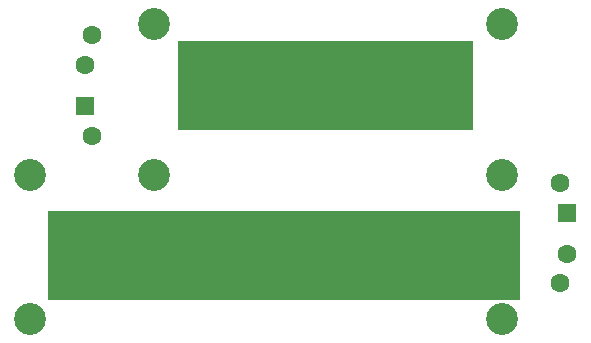
<source format=gbl>
G04*
G04 #@! TF.GenerationSoftware,Altium Limited,Altium Designer,19.0.10 (269)*
G04*
G04 Layer_Physical_Order=2*
G04 Layer_Color=16711680*
%FSLAX25Y25*%
%MOIN*%
G70*
G01*
G75*
%ADD22C,0.10630*%
%ADD23C,0.06299*%
%ADD24R,0.06299X0.06299*%
%ADD25C,0.02362*%
G36*
X173228Y16142D02*
X167792D01*
X167323Y16188D01*
X166853Y16142D01*
X15748D01*
Y45669D01*
X15748Y45669D01*
X173228D01*
Y16142D01*
D02*
G37*
G36*
X157480Y72835D02*
X59055Y72835D01*
X59055Y102362D01*
X157480Y102362D01*
X157480Y72835D01*
D02*
G37*
D22*
X9843Y57874D02*
D03*
X167323D02*
D03*
X51181D02*
D03*
Y108268D02*
D03*
X167323D02*
D03*
Y9843D02*
D03*
X9843D02*
D03*
D23*
X186496Y21654D02*
D03*
Y55118D02*
D03*
X188976Y31496D02*
D03*
X30559Y104385D02*
D03*
Y70921D02*
D03*
X28079Y94543D02*
D03*
D24*
X188976Y45276D02*
D03*
X28079Y80763D02*
D03*
D25*
X62205Y86614D02*
D03*
X65355D02*
D03*
X68505D02*
D03*
X65355Y80315D02*
D03*
X62205D02*
D03*
X63780Y83465D02*
D03*
X71654Y86614D02*
D03*
X68505Y80315D02*
D03*
X66930Y77166D02*
D03*
X63780D02*
D03*
X71654Y80315D02*
D03*
X70079Y83465D02*
D03*
X66930D02*
D03*
X74804Y86614D02*
D03*
X77953D02*
D03*
X74804Y80315D02*
D03*
X70079Y77166D02*
D03*
X73229Y83465D02*
D03*
X77953Y80315D02*
D03*
X73229Y77166D02*
D03*
X76379Y83465D02*
D03*
Y77166D02*
D03*
X79528Y83465D02*
D03*
X165355Y25984D02*
D03*
Y18110D02*
D03*
X161418Y25984D02*
D03*
X163386Y22047D02*
D03*
X161418Y18110D02*
D03*
X157481Y25984D02*
D03*
X159449Y22047D02*
D03*
X157481Y18110D02*
D03*
X153544Y33858D02*
D03*
Y25984D02*
D03*
X155512Y22047D02*
D03*
X153544Y18110D02*
D03*
X151575Y37795D02*
D03*
X149607Y33858D02*
D03*
Y25984D02*
D03*
X151575Y22047D02*
D03*
X149607Y18110D02*
D03*
X147638Y37795D02*
D03*
X145670Y33858D02*
D03*
Y25984D02*
D03*
X147638Y22047D02*
D03*
X145670Y18110D02*
D03*
X143701Y37795D02*
D03*
X141733Y33858D02*
D03*
Y25984D02*
D03*
X143701Y22047D02*
D03*
X141733Y18110D02*
D03*
X139764Y37795D02*
D03*
X137796Y33858D02*
D03*
Y25984D02*
D03*
X139764Y22047D02*
D03*
X137796Y18110D02*
D03*
X135827Y37795D02*
D03*
X133859Y33858D02*
D03*
Y25984D02*
D03*
X135827Y22047D02*
D03*
X133859Y18110D02*
D03*
X131890Y37795D02*
D03*
X129922Y33858D02*
D03*
Y25984D02*
D03*
X131890Y22047D02*
D03*
X129922Y18110D02*
D03*
X127953Y37795D02*
D03*
X125985Y33858D02*
D03*
Y25984D02*
D03*
X127953Y22047D02*
D03*
X125985Y18110D02*
D03*
X124016Y37795D02*
D03*
X122048Y33858D02*
D03*
Y25984D02*
D03*
X124016Y22047D02*
D03*
X122048Y18110D02*
D03*
X120079Y37795D02*
D03*
X118111Y33858D02*
D03*
Y25984D02*
D03*
X120079Y22047D02*
D03*
X118111Y18110D02*
D03*
X116142Y37795D02*
D03*
X114174Y33858D02*
D03*
Y25984D02*
D03*
X116142Y22047D02*
D03*
X114174Y18110D02*
D03*
X112205Y37795D02*
D03*
X110237Y33858D02*
D03*
Y25984D02*
D03*
X112205Y22047D02*
D03*
X110237Y18110D02*
D03*
X108268Y37795D02*
D03*
X106299Y33858D02*
D03*
Y25984D02*
D03*
X108268Y22047D02*
D03*
X106299Y18110D02*
D03*
X104331Y37795D02*
D03*
X102363Y25984D02*
D03*
X104331Y22047D02*
D03*
X102363Y18110D02*
D03*
X98426Y25984D02*
D03*
X100394Y22047D02*
D03*
X98426Y18110D02*
D03*
X94489Y25984D02*
D03*
X96457Y22047D02*
D03*
X94489Y18110D02*
D03*
X90552Y25984D02*
D03*
X92520Y22047D02*
D03*
X90552Y18110D02*
D03*
X86615Y25984D02*
D03*
X88583Y22047D02*
D03*
X86615Y18110D02*
D03*
X84646Y37795D02*
D03*
X82678Y33858D02*
D03*
X84646Y29921D02*
D03*
X82678Y25984D02*
D03*
X84646Y22047D02*
D03*
X82678Y18110D02*
D03*
X80709Y37795D02*
D03*
X78741Y33858D02*
D03*
X80709Y29921D02*
D03*
X78741Y25984D02*
D03*
X80709Y22047D02*
D03*
X78741Y18110D02*
D03*
X76772Y37795D02*
D03*
X74804Y33858D02*
D03*
X76772Y29921D02*
D03*
X74804Y25984D02*
D03*
X76772Y22047D02*
D03*
X74804Y18110D02*
D03*
X72835Y37795D02*
D03*
X70866Y33858D02*
D03*
X72835Y29921D02*
D03*
X70866Y25984D02*
D03*
X72835Y22047D02*
D03*
X70866Y18110D02*
D03*
X68898Y37795D02*
D03*
X66929Y33858D02*
D03*
X68898Y29921D02*
D03*
X66929Y25984D02*
D03*
X68898Y22047D02*
D03*
X66929Y18110D02*
D03*
X64961Y37795D02*
D03*
X62992Y33858D02*
D03*
X64961Y29921D02*
D03*
X62992Y25984D02*
D03*
X64961Y22047D02*
D03*
X62992Y18110D02*
D03*
X61024Y37795D02*
D03*
X59055Y33858D02*
D03*
X61024Y29921D02*
D03*
X59055Y25984D02*
D03*
X61024Y22047D02*
D03*
X59055Y18110D02*
D03*
X57087Y37795D02*
D03*
X55118Y33858D02*
D03*
X57087Y29921D02*
D03*
X55118Y25984D02*
D03*
X57087Y22047D02*
D03*
X55118Y18110D02*
D03*
X53150Y37795D02*
D03*
X51181Y33858D02*
D03*
X53150Y29921D02*
D03*
X51181Y25984D02*
D03*
X53150Y22047D02*
D03*
X51181Y18110D02*
D03*
X49213Y37795D02*
D03*
X47244Y33858D02*
D03*
X49213Y29921D02*
D03*
X47244Y25984D02*
D03*
X49213Y22047D02*
D03*
X47244Y18110D02*
D03*
X45276Y37795D02*
D03*
X43307Y33858D02*
D03*
X45276Y29921D02*
D03*
X43307Y25984D02*
D03*
X45276Y22047D02*
D03*
X43307Y18110D02*
D03*
X41339Y37795D02*
D03*
X39370Y33858D02*
D03*
X41339Y29921D02*
D03*
X39370Y25984D02*
D03*
X41339Y22047D02*
D03*
X39370Y18110D02*
D03*
X37402Y37795D02*
D03*
X35433Y33858D02*
D03*
X37402Y29921D02*
D03*
X35433Y25984D02*
D03*
X37402Y22047D02*
D03*
X35433Y18110D02*
D03*
X31496Y25984D02*
D03*
X33465Y22047D02*
D03*
X31496Y18110D02*
D03*
X27559Y25984D02*
D03*
X29528Y22047D02*
D03*
X27559Y18110D02*
D03*
X23622Y25984D02*
D03*
X25591Y22047D02*
D03*
X23622Y18110D02*
D03*
X19685Y25984D02*
D03*
X21654Y22047D02*
D03*
X19685Y18110D02*
D03*
X17717Y22047D02*
D03*
X153544Y99213D02*
D03*
X155119Y96063D02*
D03*
X153544Y92914D02*
D03*
X155119Y89764D02*
D03*
X153544Y86614D02*
D03*
X155119Y83465D02*
D03*
X153544Y80315D02*
D03*
X155119Y77166D02*
D03*
X150394Y99213D02*
D03*
X151969Y96063D02*
D03*
X150394Y92914D02*
D03*
X151969Y89764D02*
D03*
X150394Y86614D02*
D03*
X151969Y83465D02*
D03*
X150394Y80315D02*
D03*
X151969Y77166D02*
D03*
X147245Y99213D02*
D03*
X148820Y96063D02*
D03*
X147245Y92914D02*
D03*
X148820Y89764D02*
D03*
X147245Y86614D02*
D03*
X148820Y83465D02*
D03*
X147245Y80315D02*
D03*
X148820Y77166D02*
D03*
X144095Y99213D02*
D03*
X145670Y96063D02*
D03*
X144095Y92914D02*
D03*
X145670Y89764D02*
D03*
X144095Y86614D02*
D03*
X145670Y83465D02*
D03*
X144095Y80315D02*
D03*
X145670Y77166D02*
D03*
X140946Y99213D02*
D03*
X142520Y96063D02*
D03*
X140946Y92914D02*
D03*
X142520Y89764D02*
D03*
X140946Y86614D02*
D03*
X142520Y83465D02*
D03*
X140946Y80315D02*
D03*
X142520Y77166D02*
D03*
X137796Y99213D02*
D03*
X139371Y96063D02*
D03*
X137796Y92914D02*
D03*
X139371Y89764D02*
D03*
X137796Y86614D02*
D03*
X139371Y83465D02*
D03*
X137796Y80315D02*
D03*
X139371Y77166D02*
D03*
X134646Y99213D02*
D03*
X136221Y96063D02*
D03*
Y89764D02*
D03*
Y77166D02*
D03*
X131497Y99213D02*
D03*
X133072Y96063D02*
D03*
Y77166D02*
D03*
X128347Y99213D02*
D03*
X129922Y96063D02*
D03*
Y77166D02*
D03*
X125198Y99213D02*
D03*
X126772Y96063D02*
D03*
Y77166D02*
D03*
X122048Y99213D02*
D03*
X123623Y96063D02*
D03*
Y77166D02*
D03*
X118898Y99213D02*
D03*
X120473Y96063D02*
D03*
X118898Y92914D02*
D03*
Y86614D02*
D03*
X120473Y77166D02*
D03*
X115749Y99213D02*
D03*
X117324Y96063D02*
D03*
Y89764D02*
D03*
Y77166D02*
D03*
X112599Y99213D02*
D03*
X114174Y96063D02*
D03*
Y77166D02*
D03*
X109450Y99213D02*
D03*
X111024Y96063D02*
D03*
Y77166D02*
D03*
X106300Y99213D02*
D03*
X107875Y96063D02*
D03*
Y77166D02*
D03*
X103150Y99213D02*
D03*
X104725Y96063D02*
D03*
Y77166D02*
D03*
X100001Y99213D02*
D03*
X101576Y96063D02*
D03*
X100001Y86614D02*
D03*
X101576Y77166D02*
D03*
X96851Y99213D02*
D03*
X98426Y96063D02*
D03*
X96851Y86614D02*
D03*
X98426Y83465D02*
D03*
Y77166D02*
D03*
X93701Y99213D02*
D03*
X95276Y96063D02*
D03*
Y77166D02*
D03*
X90552Y99213D02*
D03*
X92127Y96063D02*
D03*
X87402Y99213D02*
D03*
X88977Y96063D02*
D03*
X84253Y99213D02*
D03*
X85827Y96063D02*
D03*
X81103Y99213D02*
D03*
X82678Y96063D02*
D03*
Y77166D02*
D03*
X77953Y99213D02*
D03*
X79528Y96063D02*
D03*
X77953Y92914D02*
D03*
X79528Y89764D02*
D03*
Y77166D02*
D03*
X74804Y99213D02*
D03*
X76379Y96063D02*
D03*
X74804Y92914D02*
D03*
X76379Y89764D02*
D03*
X71654Y99213D02*
D03*
X73229Y96063D02*
D03*
X71654Y92914D02*
D03*
X73229Y89764D02*
D03*
X68505Y99213D02*
D03*
X70079Y96063D02*
D03*
X68505Y92914D02*
D03*
X70079Y89764D02*
D03*
X65355Y99213D02*
D03*
X66930Y96063D02*
D03*
X65355Y92914D02*
D03*
X66930Y89764D02*
D03*
X62205Y99213D02*
D03*
X63780Y96063D02*
D03*
X62205Y92914D02*
D03*
X63780Y89764D02*
D03*
M02*

</source>
